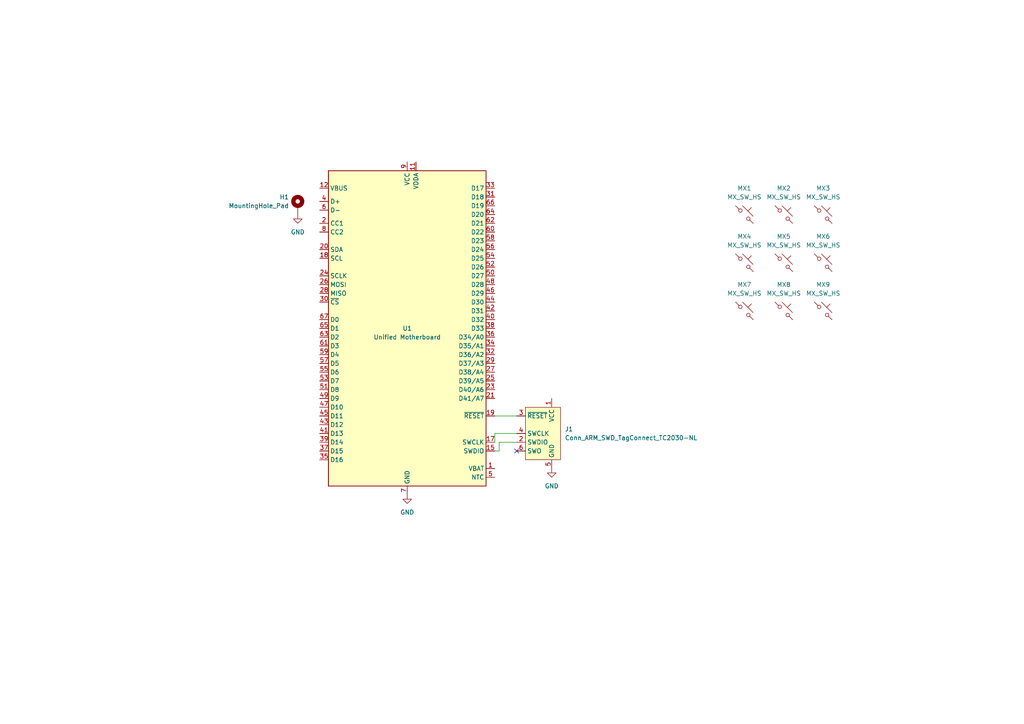
<source format=kicad_sch>
(kicad_sch (version 20231120) (generator "eeschema") (generator_version "8.0")
  (paper "A4")
  (lib_symbols
    (symbol "Connector:Conn_ARM_SWD_TagConnect_TC2030-NL" (in_bom no)
      (property "Reference" "J" (at 2.54 11.43 0))
      (property "Value" "Conn_ARM_SWD_TagConnect_TC2030-NL" (at 2.54 8.89 0))
      (symbol "Conn_ARM_SWD_TagConnect_TC2030-NL_0_0"
        (pin power_in line (at -2.54 10.16 270) (length 2.54) (name "VCC") (number "1"))
        (pin bidirectional line (at 7.62 -2.54 180) (length 2.54) (name "SWDIO") (number "2"))
        (pin open_collector line (at 7.62 5.08 180) (length 2.54) (name "~{RESET}") (number "3"))
        (pin output line (at 7.62 0 180) (length 2.54) (name "SWCLK") (number "4"))
        (pin power_in line (at -2.54 -10.16 90) (length 2.54) (name "GND") (number "5"))
        (pin input line (at 7.62 -5.08 180) (length 2.54) (name "SWO") (number "6"))
      )
      (symbol "Conn_ARM_SWD_TagConnect_TC2030-NL_0_1"
        (rectangle (start -5.08 7.62) (end 5.08 -7.62) (fill (type background)))
      )
    )
    (symbol "Mechanical:MountingHole_Pad" (pin_numbers hide) (pin_names (offset 1.016) hide) (exclude_from_sim yes) (in_bom no)
      (property "Reference" "H" (at 0 6.35 0))
      (property "Value" "MountingHole_Pad" (at 0 4.445 0))
      (symbol "MountingHole_Pad_0_1"
        (circle (center 0 1.27) (radius 1.27) (stroke (width 1.27)))
      )
      (symbol "MountingHole_Pad_1_1"
        (pin input line (at 0 -2.54 90) (length 2.54) (name "1") (number "1"))
      )
    )
    (symbol "PCM_marbastlib-mx:MX_SW_HS_CPG151101S11" (pin_numbers hide) (pin_names (offset 1.016) hide)
      (property "Reference" "MX" (at 3.048 1.016 0))
      (property "Value" "MX_SW_HS" (at 0 -3.81 0))
      (symbol "MX_SW_HS_CPG151101S11_0_1"
        (circle (center -1.1684 1.1684) (radius 0.508))
        (polyline (pts (xy -0.508 2.54) (xy 2.54 -0.508)))
        (polyline (pts (xy 1.016 1.016) (xy 2.032 2.032)))
        (polyline (pts (xy -2.54 2.54) (xy -1.524 1.524) (xy -1.524 1.524)))
        (polyline (pts (xy 1.524 -1.524) (xy 2.54 -2.54) (xy 2.54 -2.54) (xy 2.54 -2.54)))
        (circle (center 1.143 -1.1938) (radius 0.508))
        (pin passive line (at -2.54 2.54 0) (length 0) (name "1") (number "1"))
        (pin passive line (at 2.54 -2.54 180) (length 0) (name "2") (number "2"))
      )
    )
    (symbol "UnifiedMotherboard:UnifiedMotherboard_Slot"
      (property "Reference" "U" (at 0 0 0))
      (property "Value" "Unified Motherboard" (at 0 -2.54 0))
      (symbol "UnifiedMotherboard_Slot_0_1"
        (rectangle (start -22.86 45.72) (end 22.86 -45.72) (stroke (width 0.254)) (fill (type background)))
      )
      (symbol "UnifiedMotherboard_Slot_1_0"
        (pin passive line (at -25.4 40.64 0) (length 2.54) hide (name "VBUS") (number "14"))
        (pin passive line (at 25.4 -40.64 180) (length 2.54) hide (name "VBAT") (number "3"))
        (pin power_in line (at 0 48.26 270) (length 2.54) (name "VCC") (number "9"))
        (pin passive line (at 0 -48.26 90) (length 2.54) hide (name "MP") (number "MP"))
      )
      (symbol "UnifiedMotherboard_Slot_1_1"
        (pin power_in line (at 25.4 -40.64 180) (length 2.54) (name "VBAT") (number "1"))
        (pin passive line (at 0 -48.26 90) (length 2.54) hide (name "GND") (number "10"))
        (pin power_out line (at 2.54 48.26 270) (length 2.54) (name "VDDA") (number "11"))
        (pin power_in line (at -25.4 40.64 0) (length 2.54) (name "VBUS") (number "12"))
        (pin passive line (at 0 -48.26 90) (length 2.54) hide (name "GND") (number "13"))
        (pin bidirectional line (at 25.4 -35.56 180) (length 2.54) (name "SWDIO") (number "15"))
        (pin passive line (at 0 -48.26 90) (length 2.54) hide (name "GND") (number "16"))
        (pin bidirectional line (at 25.4 -33.02 180) (length 2.54) (name "SWCLK") (number "17"))
        (pin output line (at -25.4 20.32 0) (length 2.54) (name "SCL") (number "18"))
        (pin bidirectional line (at 25.4 -25.4 180) (length 2.54) (name "~{RESET}") (number "19"))
        (pin bidirectional line (at -25.4 30.48 0) (length 2.54) (name "CC1") (number "2"))
        (pin bidirectional line (at -25.4 22.86 0) (length 2.54) (name "SDA") (number "20"))
        (pin bidirectional line (at 25.4 -20.32 180) (length 2.54) (name "D41/A7") (number "21"))
        (pin passive line (at 0 -48.26 90) (length 2.54) hide (name "GND") (number "22"))
        (pin bidirectional line (at 25.4 -17.78 180) (length 2.54) (name "D40/A6") (number "23"))
        (pin output line (at -25.4 15.24 0) (length 2.54) (name "SCLK") (number "24"))
        (pin bidirectional line (at 25.4 -15.24 180) (length 2.54) (name "D39/A5") (number "25"))
        (pin output line (at -25.4 12.7 0) (length 2.54) (name "MOSI") (number "26"))
        (pin bidirectional line (at 25.4 -12.7 180) (length 2.54) (name "D38/A4") (number "27"))
        (pin input line (at -25.4 10.16 0) (length 2.54) (name "MISO") (number "28"))
        (pin bidirectional line (at 25.4 -10.16 180) (length 2.54) (name "D37/A3") (number "29"))
        (pin output line (at -25.4 7.62 0) (length 2.54) (name "~{CS}") (number "30"))
        (pin bidirectional line (at 25.4 38.1 180) (length 2.54) (name "D18") (number "31"))
        (pin bidirectional line (at 25.4 -7.62 180) (length 2.54) (name "D36/A2") (number "32"))
        (pin bidirectional line (at 25.4 40.64 180) (length 2.54) (name "D17") (number "33"))
        (pin bidirectional line (at 25.4 -5.08 180) (length 2.54) (name "D35/A1") (number "34"))
        (pin bidirectional line (at -25.4 -38.1 0) (length 2.54) (name "D16") (number "35"))
        (pin bidirectional line (at 25.4 -2.54 180) (length 2.54) (name "D34/A0") (number "36"))
        (pin bidirectional line (at -25.4 -35.56 0) (length 2.54) (name "D15") (number "37"))
        (pin bidirectional line (at 25.4 0 180) (length 2.54) (name "D33") (number "38"))
        (pin bidirectional line (at -25.4 -33.02 0) (length 2.54) (name "D14") (number "39"))
        (pin bidirectional line (at -25.4 36.83 0) (length 2.54) (name "D+") (number "4"))
        (pin bidirectional line (at 25.4 2.54 180) (length 2.54) (name "D32") (number "40"))
        (pin bidirectional line (at -25.4 -30.48 0) (length 2.54) (name "D13") (number "41"))
        (pin bidirectional line (at 25.4 5.08 180) (length 2.54) (name "D31") (number "42"))
        (pin bidirectional line (at -25.4 -27.94 0) (length 2.54) (name "D12") (number "43"))
        (pin bidirectional line (at 25.4 7.62 180) (length 2.54) (name "D30") (number "44"))
        (pin bidirectional line (at -25.4 -25.4 0) (length 2.54) (name "D11") (number "45"))
        (pin bidirectional line (at 25.4 10.16 180) (length 2.54) (name "D29") (number "46"))
        (pin bidirectional line (at -25.4 -22.86 0) (length 2.54) (name "D10") (number "47"))
        (pin bidirectional line (at 25.4 12.7 180) (length 2.54) (name "D28") (number "48"))
        (pin bidirectional line (at -25.4 -20.32 0) (length 2.54) (name "D9") (number "49"))
        (pin passive line (at 25.4 -43.18 180) (length 2.54) (name "NTC") (number "5"))
        (pin bidirectional line (at 25.4 15.24 180) (length 2.54) (name "D27") (number "50"))
        (pin bidirectional line (at -25.4 -17.78 0) (length 2.54) (name "D8") (number "51"))
        (pin bidirectional line (at 25.4 17.78 180) (length 2.54) (name "D26") (number "52"))
        (pin bidirectional line (at -25.4 -15.24 0) (length 2.54) (name "D7") (number "53"))
        (pin bidirectional line (at 25.4 20.32 180) (length 2.54) (name "D25") (number "54"))
        (pin bidirectional line (at -25.4 -12.7 0) (length 2.54) (name "D6") (number "55"))
        (pin bidirectional line (at 25.4 22.86 180) (length 2.54) (name "D24") (number "56"))
        (pin bidirectional line (at -25.4 -10.16 0) (length 2.54) (name "D5") (number "57"))
        (pin bidirectional line (at 25.4 25.4 180) (length 2.54) (name "D23") (number "58"))
        (pin bidirectional line (at -25.4 -7.62 0) (length 2.54) (name "D4") (number "59"))
        (pin bidirectional line (at -25.4 34.29 0) (length 2.54) (name "D-") (number "6"))
        (pin bidirectional line (at 25.4 27.94 180) (length 2.54) (name "D22") (number "60"))
        (pin bidirectional line (at -25.4 -5.08 0) (length 2.54) (name "D3") (number "61"))
        (pin bidirectional line (at 25.4 30.48 180) (length 2.54) (name "D21") (number "62"))
        (pin bidirectional line (at -25.4 -2.54 0) (length 2.54) (name "D2") (number "63"))
        (pin bidirectional line (at 25.4 33.02 180) (length 2.54) (name "D20") (number "64"))
        (pin bidirectional line (at -25.4 0 0) (length 2.54) (name "D1") (number "65"))
        (pin bidirectional line (at 25.4 35.56 180) (length 2.54) (name "D19") (number "66"))
        (pin bidirectional line (at -25.4 2.54 0) (length 2.54) (name "D0") (number "67"))
        (pin power_in line (at 0 -48.26 90) (length 2.54) (name "GND") (number "7"))
        (pin bidirectional line (at -25.4 27.94 0) (length 2.54) (name "CC2") (number "8"))
      )
    )
    (symbol "power:GND" (power) (pin_numbers hide) (pin_names (offset 0) hide)
      (property "Value" "GND" (at 0 -3.81 0))
      (symbol "GND_0_1"
        (polyline (pts (xy 0 0) (xy 0 -1.27) (xy 1.27 -1.27) (xy 0 -2.54) (xy -1.27 -1.27) (xy 0 -1.27)))
      )
      (symbol "GND_1_1"
        (pin power_in line (at 0 0 270) (length 0) (name "~") (number "1"))
      )
    )
  )
  (no_connect (at 149.86 130.81))
  (wire (pts (xy 143.51 120.65) (xy 149.86 120.65)))
  (wire (pts (xy 144.78 128.27) (xy 149.86 128.27)))
  (wire (pts (xy 144.78 130.81) (xy 144.78 128.27)))
  (wire (pts (xy 143.51 130.81) (xy 144.78 130.81)))
  (wire (pts (xy 143.51 128.27) (xy 143.51 125.73)))
  (wire (pts (xy 143.51 125.73) (xy 149.86 125.73)))
  (symbol (lib_id "PCM_marbastlib-mx:MX_SW_HS_CPG151101S11") (at 227.33 90.17 0) (unit 1)
    (property "Reference" "MX8" (at 227.33 82.55 0))
    (property "Value" "MX_SW_HS" (at 227.33 85.09 0))
    (property "Footprint" "PCM_marbastlib-mx:SW_MX_HS_CPG151101S11_1u" (effects (hide yes)))
    (property "Description" "Push button switch, normally open, two pins, 45° tilted, Kailh CPG151101S11 for Cherry MX style switches" (effects (hide yes)))
  )
  (symbol (lib_id "PCM_marbastlib-mx:MX_SW_HS_CPG151101S11") (at 227.33 62.23 0) (unit 1)
    (property "Reference" "MX2" (at 227.33 54.61 0))
    (property "Value" "MX_SW_HS" (at 227.33 57.15 0))
    (property "Footprint" "PCM_marbastlib-mx:SW_MX_HS_CPG151101S11_1u" (effects (hide yes)))
    (property "Description" "Push button switch, normally open, two pins, 45° tilted, Kailh CPG151101S11 for Cherry MX style switches" (effects (hide yes)))
  )
  (symbol (lib_id "PCM_marbastlib-mx:MX_SW_HS_CPG151101S11") (at 215.9 62.23 0) (unit 1)
    (property "Reference" "MX1" (at 215.9 54.61 0))
    (property "Value" "MX_SW_HS" (at 215.9 57.15 0))
    (property "Footprint" "PCM_marbastlib-mx:SW_MX_HS_CPG151101S11_1u" (effects (hide yes)))
    (property "Description" "Push button switch, normally open, two pins, 45° tilted, Kailh CPG151101S11 for Cherry MX style switches" (effects (hide yes)))
  )
  (symbol (lib_id "PCM_marbastlib-mx:MX_SW_HS_CPG151101S11") (at 238.76 62.23 0) (unit 1)
    (property "Reference" "MX3" (at 238.76 54.61 0))
    (property "Value" "MX_SW_HS" (at 238.76 57.15 0))
    (property "Footprint" "PCM_marbastlib-mx:SW_MX_HS_CPG151101S11_1u" (effects (hide yes)))
    (property "Description" "Push button switch, normally open, two pins, 45° tilted, Kailh CPG151101S11 for Cherry MX style switches" (effects (hide yes)))
  )
  (symbol (lib_id "PCM_marbastlib-mx:MX_SW_HS_CPG151101S11") (at 238.76 76.2 0) (unit 1)
    (property "Reference" "MX6" (at 238.76 68.58 0))
    (property "Value" "MX_SW_HS" (at 238.76 71.12 0))
    (property "Footprint" "PCM_marbastlib-mx:SW_MX_HS_CPG151101S11_1u" (effects (hide yes)))
    (property "Description" "Push button switch, normally open, two pins, 45° tilted, Kailh CPG151101S11 for Cherry MX style switches" (effects (hide yes)))
  )
  (symbol (lib_id "PCM_marbastlib-mx:MX_SW_HS_CPG151101S11") (at 215.9 76.2 0) (unit 1)
    (property "Reference" "MX4" (at 215.9 68.58 0))
    (property "Value" "MX_SW_HS" (at 215.9 71.12 0))
    (property "Footprint" "PCM_marbastlib-mx:SW_MX_HS_CPG151101S11_1u" (effects (hide yes)))
    (property "Description" "Push button switch, normally open, two pins, 45° tilted, Kailh CPG151101S11 for Cherry MX style switches" (effects (hide yes)))
  )
  (symbol (lib_id "PCM_marbastlib-mx:MX_SW_HS_CPG151101S11") (at 238.76 90.17 0) (unit 1)
    (property "Reference" "MX9" (at 238.76 82.55 0))
    (property "Value" "MX_SW_HS" (at 238.76 85.09 0))
    (property "Footprint" "PCM_marbastlib-mx:SW_MX_HS_CPG151101S11_1u" (effects (hide yes)))
    (property "Description" "Push button switch, normally open, two pins, 45° tilted, Kailh CPG151101S11 for Cherry MX style switches" (effects (hide yes)))
  )
  (symbol (lib_id "power:GND") (at 160.02 135.89 0) (unit 1)
    (property "Reference" "#PWR02" (effects (hide yes)))
    (property "Value" "GND" (at 160.02 140.97 0))
    (property "Description" "Power symbol creates a global label with name \"GND\" , ground" (effects (hide yes)))
  )
  (symbol (lib_id "power:GND") (at 86.36 62.23 0) (mirror y) (unit 1)
    (property "Reference" "#PWR03" (effects (hide yes)))
    (property "Value" "GND" (at 86.36 67.31 0))
    (property "Description" "Power symbol creates a global label with name \"GND\" , ground" (effects (hide yes)))
  )
  (symbol (lib_id "Mechanical:MountingHole_Pad") (at 86.36 59.69 0) (mirror y) (unit 1) (exclude_from_sim yes) (in_bom no)
    (property "Reference" "H1" (at 83.82 57.1499 0) (effects (justify left)))
    (property "Value" "MountingHole_Pad" (at 83.82 59.6899 0) (effects (justify left)))
    (property "Footprint" "UnifiedMotherBoard-MountingHole:SMTSO3025CTJ" (effects (hide yes)))
    (property "Description" "Mounting Hole with connection" (effects (hide yes)))
    (property "LCSC" "C2916365" (effects (hide yes)))
  )
  (symbol (lib_id "PCM_marbastlib-mx:MX_SW_HS_CPG151101S11") (at 227.33 76.2 0) (unit 1)
    (property "Reference" "MX5" (at 227.33 68.58 0))
    (property "Value" "MX_SW_HS" (at 227.33 71.12 0))
    (property "Footprint" "PCM_marbastlib-mx:SW_MX_HS_CPG151101S11_1u" (effects (hide yes)))
    (property "Description" "Push button switch, normally open, two pins, 45° tilted, Kailh CPG151101S11 for Cherry MX style switches" (effects (hide yes)))
  )
  (symbol (lib_id "UnifiedMotherboard:UnifiedMotherboard_Slot") (at 118.11 95.25 0) (unit 1)
    (property "Reference" "U1" (at 118.11 95.25 0))
    (property "Value" "Unified Motherboard" (at 118.11 97.79 0))
    (property "Footprint" "UnifiedMotherBoard-Connector_PCBEdge:TEConnectivity-1-2199230-6-67-P0.5mm" (effects (hide yes)))
    (property "LCSC" "C2977809" (effects (hide yes)))
  )
  (symbol (lib_id "PCM_marbastlib-mx:MX_SW_HS_CPG151101S11") (at 215.9 90.17 0) (unit 1)
    (property "Reference" "MX7" (at 215.9 82.55 0))
    (property "Value" "MX_SW_HS" (at 215.9 85.09 0))
    (property "Footprint" "PCM_marbastlib-mx:SW_MX_HS_CPG151101S11_1u" (effects (hide yes)))
    (property "Description" "Push button switch, normally open, two pins, 45° tilted, Kailh CPG151101S11 for Cherry MX style switches" (effects (hide yes)))
  )
  (symbol (lib_id "Connector:Conn_ARM_SWD_TagConnect_TC2030-NL") (at 157.48 125.73 0) (mirror y) (unit 1) (in_bom no)
    (property "Reference" "J1" (at 163.83 124.4599 0) (effects (justify right)))
    (property "Value" "Conn_ARM_SWD_TagConnect_TC2030-NL" (at 163.83 126.9999 0) (effects (justify right)))
    (property "Footprint" "Connector:Tag-Connect_TC2030-IDC-NL_2x03_P1.27mm_Vertical" (effects (hide yes)))
    (property "Datasheet" "https://www.tag-connect.com/wp-content/uploads/bsk-pdf-manager/TC2030-CTX_1.pdf" (effects (hide yes)))
    (property "Description" "Tag-Connect ARM Cortex SWD JTAG connector, 6 pin, no legs" (effects (hide yes)))
  )
  (symbol (lib_id "power:GND") (at 118.11 143.51 0) (unit 1)
    (property "Reference" "#PWR01" (effects (hide yes)))
    (property "Value" "GND" (at 118.11 148.59 0))
    (property "Description" "Power symbol creates a global label with name \"GND\" , ground" (effects (hide yes)))
  )
)
</source>
